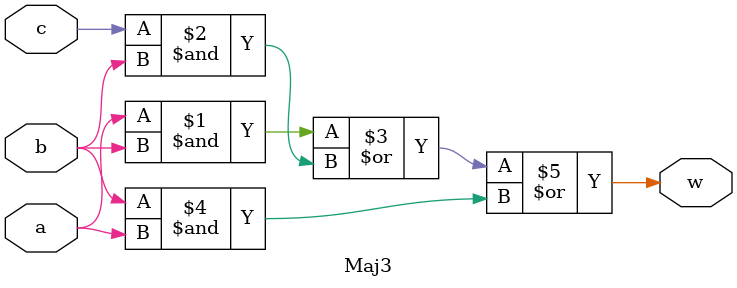
<source format=v>
`timescale 1ns/1ns

module Maj1(input a,b,c,output w);
	supply1 vdd;
	supply0 gnd;
	wire i,j,k,l,m,y;
	pmos #(4,7,9) T1(i,vdd,a),T2(i,vdd,c),T3(j,i,a),T4(j,i,b),T5(y,j,b),T6(y,j,c),T7(w,vdd,y);
	nmos #(3,5,7) T8(k,gnd,b),T9(y,k,a),T10(l,gnd,c),T11(y,l,b),T12(m,gnd,c),T13(y,m,a),T14(w,gnd,y);
endmodule

module Maj2(input a,b,c,output w);
	wire i,j,k,l,m;
	myNAND G1(a,b,i),G2(b,c,j),G3(c,a,k),G4(i,j,l),G5(m,k,w);
	myNOT G6(l,m);
endmodule

module Maj3(input  a,b,c,output w);
	assign #(34,23) w=((a&b) | (c&b) | (b&a));
endmodule
</source>
